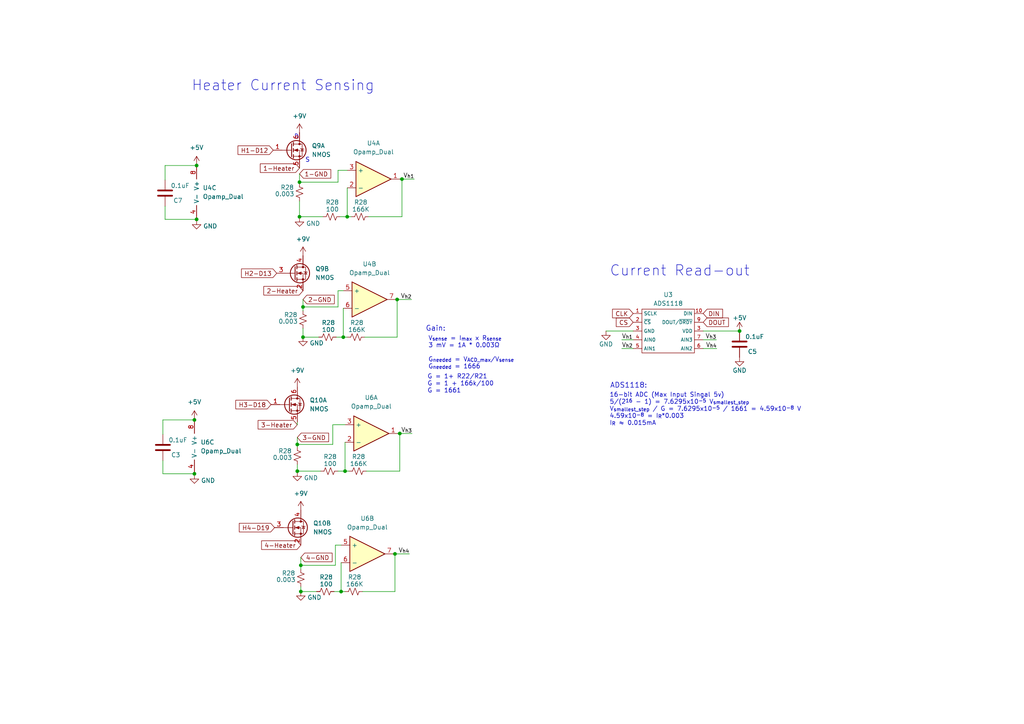
<source format=kicad_sch>
(kicad_sch (version 20230121) (generator eeschema)
  (paper "A4")
  (lib_symbols
    (symbol "Analog_ADC:ADS1118"
      (property "Reference" "U" (at 0 10.16 0))
      (property "Value" "ADS1118" (at 0 7.62 0))
      (symbol "ADS1118_0_1"
        (rectangle (start -7.62 6.35) (end 7.62 -6.35))
      )
      (symbol "ADS1118_1_1"
        (pin input line (at -10.16 5.08 0) (length 2.54) (name "SCLK") (number "1"))
        (pin input line (at 10.16 5.08 180) (length 2.54) (name "DIN") (number "10"))
        (pin input line (at -10.16 2.54 0) (length 2.54) (name "~{CS}") (number "2"))
        (pin input line (at -10.16 0 0) (length 2.54) (name "GND") (number "3"))
        (pin input line (at 10.16 0 180) (length 2.54) (name "VDD") (number "3"))
        (pin input line (at -10.16 -2.54 0) (length 2.54) (name "AIN0") (number "4"))
        (pin input line (at -10.16 -5.08 0) (length 2.54) (name "AIN1") (number "5"))
        (pin input line (at 10.16 -5.08 180) (length 2.54) (name "AIN2") (number "6"))
        (pin input line (at 10.16 -2.54 180) (length 2.54) (name "AIN3") (number "7"))
        (pin input line (at 10.16 2.54 180) (length 2.54) (name "DOUT/~{DRDY}") (number "9"))
      )
    )
    (symbol "Device:C" (pin_numbers hide) (pin_names (offset 0.254))
      (property "Reference" "C" (at 0.635 2.54 0))
      (property "Value" "C" (at 0.635 -2.54 0))
      (symbol "C_0_1"
        (polyline (pts (xy -2.032 -0.762) (xy 2.032 -0.762)) (stroke (width 0.508)))
        (polyline (pts (xy -2.032 0.762) (xy 2.032 0.762)) (stroke (width 0.508)))
      )
      (symbol "C_1_1"
        (pin passive line (at 0 3.81 270) (length 2.794) (name "~") (number "1"))
        (pin passive line (at 0 -3.81 90) (length 2.794) (name "~") (number "2"))
      )
    )
    (symbol "Device:Opamp_Dual"
      (property "Reference" "U" (at 0 5.08 0))
      (property "Value" "Opamp_Dual" (at 0 -5.08 0))
      (symbol "Opamp_Dual_1_1"
        (polyline (pts (xy -5.08 5.08) (xy 5.08 0) (xy -5.08 -5.08) (xy -5.08 5.08)) (stroke (width 0.254)) (fill (type background)))
        (pin output line (at 7.62 0 180) (length 2.54) (name "~") (number "1"))
        (pin input line (at -7.62 -2.54 0) (length 2.54) (name "-") (number "2"))
        (pin input line (at -7.62 2.54 0) (length 2.54) (name "+") (number "3"))
      )
      (symbol "Opamp_Dual_2_1"
        (polyline (pts (xy -5.08 5.08) (xy 5.08 0) (xy -5.08 -5.08) (xy -5.08 5.08)) (stroke (width 0.254)) (fill (type background)))
        (pin input line (at -7.62 2.54 0) (length 2.54) (name "+") (number "5"))
        (pin input line (at -7.62 -2.54 0) (length 2.54) (name "-") (number "6"))
        (pin output line (at 7.62 0 180) (length 2.54) (name "~") (number "7"))
      )
      (symbol "Opamp_Dual_3_1"
        (pin power_in line (at -2.54 -7.62 90) (length 3.81) (name "V-") (number "4"))
        (pin power_in line (at -2.54 7.62 270) (length 3.81) (name "V+") (number "8"))
      )
    )
    (symbol "Device:Q_Dual_NMOS_G1S2G2D2S1D1" (pin_names (offset 0) hide)
      (property "Reference" "Q" (at 6.35 1.27 0))
      (property "Value" "Q_Dual_NMOS_G1S2G2D2S1D1" (at 19.05 -1.27 0))
      (symbol "Q_Dual_NMOS_G1S2G2D2S1D1_0_1"
        (polyline (pts (xy 0.254 0) (xy -2.54 0)))
        (polyline (pts (xy 0.254 1.905) (xy 0.254 -1.905)) (stroke (width 0.254)))
        (polyline (pts (xy 0.762 -1.27) (xy 0.762 -2.286)) (stroke (width 0.254)))
        (polyline (pts (xy 0.762 0.508) (xy 0.762 -0.508)) (stroke (width 0.254)))
        (polyline (pts (xy 0.762 2.286) (xy 0.762 1.27)) (stroke (width 0.254)))
        (polyline (pts (xy 2.54 2.54) (xy 2.54 1.778)))
        (polyline (pts (xy 2.54 -2.54) (xy 2.54 0) (xy 0.762 0)))
        (polyline (pts (xy 0.762 -1.778) (xy 3.302 -1.778) (xy 3.302 1.778) (xy 0.762 1.778)))
        (polyline (pts (xy 1.016 0) (xy 2.032 0.381) (xy 2.032 -0.381) (xy 1.016 0)) (fill (type outline)))
        (polyline (pts (xy 2.794 0.508) (xy 2.921 0.381) (xy 3.683 0.381) (xy 3.81 0.254)))
        (polyline (pts (xy 3.302 0.381) (xy 2.921 -0.254) (xy 3.683 -0.254) (xy 3.302 0.381)))
        (circle (center 1.651 0) (radius 2.794) (stroke (width 0.254)))
        (circle (center 2.54 -1.778) (radius 0.254) (fill (type outline)))
        (circle (center 2.54 1.778) (radius 0.254) (fill (type outline)))
      )
      (symbol "Q_Dual_NMOS_G1S2G2D2S1D1_1_1"
        (pin input line (at -5.08 0 0) (length 2.54) (name "G") (number "1"))
        (pin passive line (at 2.54 -5.08 90) (length 2.54) (name "S") (number "5"))
        (pin passive line (at 2.54 5.08 270) (length 2.54) (name "D") (number "6"))
      )
      (symbol "Q_Dual_NMOS_G1S2G2D2S1D1_2_1"
        (pin passive line (at 2.54 -5.08 90) (length 2.54) (name "S") (number "2"))
        (pin input line (at -5.08 0 0) (length 2.54) (name "G") (number "3"))
        (pin passive line (at 2.54 5.08 270) (length 2.54) (name "D") (number "4"))
      )
    )
    (symbol "Device:R_Small_US" (pin_numbers hide) (pin_names (offset 0.254) hide)
      (property "Reference" "R" (at 0.762 0.508 0))
      (property "Value" "R_Small_US" (at 0.762 -1.016 0))
      (symbol "R_Small_US_1_1"
        (polyline (pts (xy 0 0) (xy 1.016 -0.381) (xy 0 -0.762) (xy -1.016 -1.143) (xy 0 -1.524)))
        (polyline (pts (xy 0 1.524) (xy 1.016 1.143) (xy 0 0.762) (xy -1.016 0.381) (xy 0 0)))
        (pin passive line (at 0 2.54 270) (length 1.016) (name "~") (number "1"))
        (pin passive line (at 0 -2.54 90) (length 1.016) (name "~") (number "2"))
      )
    )
    (symbol "power:+5V" (power) (pin_names (offset 0))
      (property "Value" "+5V" (at 0 3.556 0))
      (symbol "+5V_0_1"
        (polyline (pts (xy -0.762 1.27) (xy 0 2.54)))
        (polyline (pts (xy 0 0) (xy 0 2.54)))
        (polyline (pts (xy 0 2.54) (xy 0.762 1.27)))
      )
      (symbol "+5V_1_1"
        (pin power_in line (at 0 0 90) (length 0) hide (name "+5V") (number "1"))
      )
    )
    (symbol "power:+9V" (power) (pin_names (offset 0))
      (property "Value" "+9V" (at 0 3.556 0))
      (symbol "+9V_0_1"
        (polyline (pts (xy -0.762 1.27) (xy 0 2.54)))
        (polyline (pts (xy 0 0) (xy 0 2.54)))
        (polyline (pts (xy 0 2.54) (xy 0.762 1.27)))
      )
      (symbol "+9V_1_1"
        (pin power_in line (at 0 0 90) (length 0) hide (name "+9V") (number "1"))
      )
    )
    (symbol "power:GND" (power) (pin_names (offset 0))
      (property "Value" "GND" (at 0 -3.81 0))
      (symbol "GND_0_1"
        (polyline (pts (xy 0 0) (xy 0 -1.27) (xy 1.27 -1.27) (xy 0 -2.54) (xy -1.27 -1.27) (xy 0 -1.27)))
      )
      (symbol "GND_1_1"
        (pin power_in line (at 0 0 270) (length 0) hide (name "GND") (number "1"))
      )
    )
  )
  (junction (at 87.884 97.79))
  (junction (at 98.933 171.577))
  (junction (at 56.388 137.414))
  (junction (at 57.023 48.006))
  (junction (at 114.554 160.655))
  (junction (at 100.076 136.652))
  (junction (at 86.868 52.832))
  (junction (at 87.249 163.957))
  (junction (at 86.868 62.865))
  (junction (at 115.189 86.868))
  (junction (at 57.023 63.627))
  (junction (at 214.503 96.012))
  (junction (at 99.568 97.79))
  (junction (at 115.951 125.73))
  (junction (at 86.233 128.905))
  (junction (at 86.233 136.652))
  (junction (at 56.388 121.793))
  (junction (at 87.249 171.577))
  (junction (at 87.884 89.027))
  (junction (at 116.586 51.943))
  (junction (at 100.711 62.865))
  (wire (pts (xy 115.316 125.73) (xy 115.951 125.73)))
  (wire (pts (xy 98.933 158.115) (xy 97.282 158.115)))
  (wire (pts (xy 100.076 123.19) (xy 96.52 123.19)))
  (wire (pts (xy 106.934 62.865) (xy 116.586 62.865)))
  (wire (pts (xy 98.679 62.865) (xy 100.711 62.865)))
  (wire (pts (xy 106.299 136.652) (xy 115.951 136.652)))
  (wire (pts (xy 98.044 136.652) (xy 100.076 136.652)))
  (wire (pts (xy 100.076 136.652) (xy 101.219 136.652)))
  (wire (pts (xy 114.554 171.577) (xy 114.554 160.655)))
  (wire (pts (xy 100.711 62.865) (xy 101.854 62.865)))
  (wire (pts (xy 116.586 51.943) (xy 120.142 51.943)))
  (wire (pts (xy 180.34 98.552) (xy 183.642 98.552)))
  (wire (pts (xy 100.711 49.403) (xy 98.044 49.403)))
  (wire (pts (xy 96.52 128.905) (xy 86.233 128.905)))
  (wire (pts (xy 87.884 95.25) (xy 87.884 97.79)))
  (wire (pts (xy 86.233 136.652) (xy 86.233 134.747)))
  (wire (pts (xy 207.772 98.552) (xy 203.962 98.552)))
  (wire (pts (xy 56.388 137.414) (xy 56.388 137.16)))
  (wire (pts (xy 87.249 170.18) (xy 87.249 171.577)))
  (wire (pts (xy 87.249 163.957) (xy 87.249 165.1)))
  (wire (pts (xy 86.233 122.428) (xy 86.233 123.19)))
  (wire (pts (xy 99.568 89.408) (xy 99.568 97.79)))
  (wire (pts (xy 87.249 171.577) (xy 91.821 171.577)))
  (wire (pts (xy 98.044 49.403) (xy 98.044 52.832)))
  (wire (pts (xy 180.34 101.092) (xy 183.642 101.092)))
  (wire (pts (xy 115.951 125.73) (xy 115.951 136.652)))
  (wire (pts (xy 56.388 121.666) (xy 56.388 121.793)))
  (wire (pts (xy 98.044 52.832) (xy 86.868 52.832)))
  (wire (pts (xy 114.173 160.655) (xy 114.554 160.655)))
  (wire (pts (xy 56.388 121.793) (xy 56.388 121.92)))
  (wire (pts (xy 97.536 97.79) (xy 99.568 97.79)))
  (wire (pts (xy 86.233 128.905) (xy 86.233 129.667)))
  (wire (pts (xy 115.189 97.79) (xy 115.189 86.868)))
  (wire (pts (xy 86.868 62.865) (xy 86.868 58.293)))
  (wire (pts (xy 105.156 171.577) (xy 114.554 171.577)))
  (wire (pts (xy 56.388 137.668) (xy 56.388 137.414)))
  (wire (pts (xy 47.879 63.627) (xy 57.023 63.627)))
  (wire (pts (xy 47.244 133.604) (xy 47.244 137.414)))
  (wire (pts (xy 115.951 51.943) (xy 116.586 51.943)))
  (wire (pts (xy 47.879 59.817) (xy 47.879 63.627)))
  (wire (pts (xy 175.768 96.012) (xy 183.642 96.012)))
  (wire (pts (xy 86.233 136.906) (xy 86.233 136.652)))
  (wire (pts (xy 100.076 128.27) (xy 100.076 136.652)))
  (wire (pts (xy 87.884 97.79) (xy 92.456 97.79)))
  (wire (pts (xy 100.711 54.483) (xy 100.711 62.865)))
  (wire (pts (xy 99.568 97.79) (xy 100.711 97.79)))
  (wire (pts (xy 86.233 126.873) (xy 86.233 128.905)))
  (wire (pts (xy 87.884 89.027) (xy 98.044 89.027)))
  (wire (pts (xy 86.868 50.419) (xy 86.868 52.832)))
  (wire (pts (xy 47.244 121.793) (xy 56.388 121.793)))
  (wire (pts (xy 115.951 125.73) (xy 119.507 125.73)))
  (wire (pts (xy 116.586 51.943) (xy 116.586 62.865)))
  (wire (pts (xy 114.808 86.868) (xy 115.189 86.868)))
  (wire (pts (xy 97.282 158.115) (xy 97.282 163.957)))
  (wire (pts (xy 47.879 48.006) (xy 57.023 48.006)))
  (wire (pts (xy 57.023 47.879) (xy 57.023 48.006)))
  (wire (pts (xy 47.244 125.984) (xy 47.244 121.793)))
  (wire (pts (xy 96.901 171.577) (xy 98.933 171.577)))
  (wire (pts (xy 98.933 171.577) (xy 100.076 171.577)))
  (wire (pts (xy 57.023 63.881) (xy 57.023 63.627)))
  (wire (pts (xy 86.868 63.119) (xy 86.868 62.865)))
  (wire (pts (xy 87.884 89.027) (xy 87.884 90.17)))
  (wire (pts (xy 98.933 163.195) (xy 98.933 171.577)))
  (wire (pts (xy 87.884 86.868) (xy 87.884 89.027)))
  (wire (pts (xy 207.899 101.092) (xy 203.962 101.092)))
  (wire (pts (xy 86.868 48.768) (xy 86.868 48.641)))
  (wire (pts (xy 57.023 48.006) (xy 57.023 48.133)))
  (wire (pts (xy 96.52 123.19) (xy 96.52 128.905)))
  (wire (pts (xy 57.023 63.627) (xy 57.023 63.373)))
  (wire (pts (xy 98.044 89.027) (xy 98.044 84.328)))
  (wire (pts (xy 87.249 161.671) (xy 87.249 163.957)))
  (wire (pts (xy 86.233 136.652) (xy 92.964 136.652)))
  (wire (pts (xy 86.868 62.865) (xy 93.599 62.865)))
  (wire (pts (xy 214.503 96.012) (xy 203.962 96.012)))
  (wire (pts (xy 47.879 52.197) (xy 47.879 48.006)))
  (wire (pts (xy 115.189 86.868) (xy 119.38 86.868)))
  (wire (pts (xy 98.044 84.328) (xy 99.568 84.328)))
  (wire (pts (xy 47.244 137.414) (xy 56.388 137.414)))
  (wire (pts (xy 114.554 160.655) (xy 118.745 160.655)))
  (wire (pts (xy 105.791 97.79) (xy 115.189 97.79)))
  (wire (pts (xy 97.282 163.957) (xy 87.249 163.957)))
  (wire (pts (xy 86.868 52.832) (xy 86.868 53.213)))
  (text "Gain:" (at 123.444 96.266 0) (effects (font (size 1.5 1.5)) (justify left bottom)))
  (text "V_{sense} = I_{max} x R_{sense}\n3 mV = 1A * 0.003Ω\n\nG_{needed} = V_{ACD_max}/V_{sense} \nG_{needed} = 1666\n\n" (at 124.206 109.22 0) (effects (font (size 1.27 1.27)) (justify left bottom)))
  (text "Heater Current Sensing" (at 55.499 26.67 0) (effects (font (size 3 3)) (justify left bottom)))
  (text "S" (at 89.916 47.244 0) (effects (font (size 1.27 1.27)) (justify right bottom)))
  (text "D" (at 86.741 40.513 0) (effects (font (size 1.27 1.27)) (justify right bottom)))
  (text "G = 1+ R22/R21\nG = 1 + 166k/100\nG = 1661\n\n" (at 123.952 116.205 0) (effects (font (size 1.27 1.27)) (justify left bottom)))
  (text "16-bit ADC (Max Input Singal 5v)\n5/(2^{16} - 1) = 7.6295x10^{-5} V_{smallest_step}\nV_{smallest_step} / G = 7.6295x10^{-5} / 1661 = 4.59x10^{-8} V\n4.59x10^{-8} = I_{R}*0.003\nI_{R} ≈ 0.015mA\n" (at 176.784 123.571 0) (effects (font (size 1.27 1.27)) (justify left bottom)))
  (text "Current Read-out" (at 176.784 80.391 0) (effects (font (size 3 3)) (justify left bottom)))
  (text "ADS1118:" (at 176.911 112.776 0) (effects (font (size 1.5 1.5)) (justify left bottom)))
  (label "V_{h3}" (at 207.772 98.552 180))
  (label "V_{h2}" (at 180.34 101.092 0))
  (label "V_{h1}" (at 180.34 98.552 0))
  (label "V_{h4}" (at 207.899 101.092 180))
  (label "V_{h2}" (at 119.38 86.868 180))
  (label "V_{h4}" (at 118.745 160.655 180))
  (label "V_{h3}" (at 119.507 125.73 180))
  (label "V_{h1}" (at 120.142 51.943 180))
  (global_label "H3-D18" (shape input) (at 78.613 117.348 180) (property "Intersheetrefs" "${INTERSHEET_REFS}" (effects hide)))
  (global_label "H1-D12" (shape input) (at 79.248 43.561 180) (property "Intersheetrefs" "${INTERSHEET_REFS}" (effects hide)))
  (global_label "CLK" (shape input) (at 183.642 90.932 180) (property "Intersheetrefs" "${INTERSHEET_REFS}" (effects hide)))
  (global_label "DIN" (shape input) (at 203.962 90.932 0) (property "Intersheetrefs" "${INTERSHEET_REFS}" (effects hide)))
  (global_label "DOUT" (shape input) (at 203.962 93.472 0) (property "Intersheetrefs" "${INTERSHEET_REFS}" (effects hide)))
  (global_label "3-GND" (shape input) (at 86.233 126.873 0) (property "Intersheetrefs" "${INTERSHEET_REFS}" (effects hide)))
  (global_label "H2-D13" (shape input) (at 80.264 79.248 180) (property "Intersheetrefs" "${INTERSHEET_REFS}" (effects hide)))
  (global_label "2-Heater" (shape input) (at 87.884 84.328 180) (property "Intersheetrefs" "${INTERSHEET_REFS}" (effects hide)))
  (global_label "H4-D19" (shape input) (at 79.629 153.035 180) (property "Intersheetrefs" "${INTERSHEET_REFS}" (effects hide)))
  (global_label "4-GND" (shape input) (at 87.249 161.671 0) (property "Intersheetrefs" "${INTERSHEET_REFS}" (effects hide)))
  (global_label "4-Heater" (shape input) (at 87.249 158.115 180) (property "Intersheetrefs" "${INTERSHEET_REFS}" (effects hide)))
  (global_label "3-Heater" (shape input) (at 86.233 123.19 180) (property "Intersheetrefs" "${INTERSHEET_REFS}" (effects hide)))
  (global_label "1-GND" (shape input) (at 86.868 50.419 0) (property "Intersheetrefs" "${INTERSHEET_REFS}" (effects hide)))
  (global_label "2-GND" (shape input) (at 87.884 86.868 0) (property "Intersheetrefs" "${INTERSHEET_REFS}" (effects hide)))
  (global_label "1-Heater" (shape input) (at 86.868 48.768 180) (property "Intersheetrefs" "${INTERSHEET_REFS}" (effects hide)))
  (global_label "CS" (shape input) (at 183.642 93.472 180) (property "Intersheetrefs" "${INTERSHEET_REFS}" (effects hide)))
  (symbol (lib_id "power:GND") (at 214.503 103.632 0) (unit 1)
    (property "Reference" "#PWR068" (effects hide))
    (property "Value" "GND" (at 214.503 107.442 0))
    (instances (project "control-board_v1" (path "" (reference "#PWR068") (unit 1))) (project "module_pcb_thermal_mockup_v3.5" (path "" (reference "#PWR0122") (unit 1))))
  )
  (symbol (lib_id "power:GND") (at 56.388 137.668 0) (unit 1)
    (property "Reference" "#PWR057" (effects hide))
    (property "Value" "GND" (at 58.293 139.3718 0) (effects (justify left)))
    (instances (project "control-board_v1" (path "" (reference "#PWR057") (unit 1))) (project "module_pcb_thermal_mockup_v3.5" (path "" (reference "#PWR0122") (unit 1))))
  )
  (symbol (lib_id "Device:Opamp_Dual") (at 108.331 51.943 0) (unit 1)
    (property "Reference" "U4" (at 108.331 41.529 0))
    (property "Value" "Opamp_Dual" (at 108.331 44.069 0))
    (property "Footprint" "Package_SO:SOIC-8_3.9x4.9mm_P1.27mm" (effects hide))
    (property "Datasheet" "https://ww1.microchip.com/downloads/aemDocuments/documents/MSLD/ProductDocuments/DataSheets/MCP6486-Family-Data-Sheet-DS20006679A.pdf" (effects hide))
    (property "PartNum" "MCP6487T-E/SN" (effects hide))
  )
  (symbol (lib_id "Device:C") (at 47.879 56.007 0) (unit 1)
    (property "Reference" "C7" (at 52.959 58.166 0) (effects (justify right)))
    (property "Value" "0.1uF" (at 54.991 53.848 0) (effects (justify right)))
    (property "Footprint" "Capacitor_SMD:C_0805_2012Metric" (effects hide))
    (property "LCSC" "C314282" (effects hide))
    (instances (project "control-board_v1" (path "" (reference "C7") (unit 1))) (project "arduino_uno" (path "" (reference "C14") (unit 1))))
  )
  (symbol (lib_id "power:+5V") (at 214.503 96.012 0) (unit 1)
    (property "Reference" "#PWR041" (effects hide))
    (property "Value" "+5V" (at 214.503 92.202 0))
    (instances (project "control-board_v1" (path "" (reference "#PWR041") (unit 1)) (path "" (reference "#PWR066") (unit 1))) (project "arduino_uno" (path "" (reference "#PWR045") (unit 1))))
  )
  (symbol (lib_id "Device:R_Small_US") (at 103.251 97.79 270) (unit 1)
    (property "Reference" "R28" (at 103.505 93.599 90))
    (property "Value" "166K" (at 103.505 95.631 90))
    (property "Footprint" "Resistor_SMD:R_0603_1608Metric" (effects hide))
    (instances (project "control-board_v1" (path "" (reference "R28") (unit 1)) (path "" (reference "R22") (unit 1))))
  )
  (symbol (lib_id "Device:Opamp_Dual") (at 107.188 86.868 0) (unit 2)
    (property "Reference" "U4" (at 107.188 76.581 0))
    (property "Value" "Opamp_Dual" (at 107.188 79.121 0))
    (property "Footprint" "Package_SO:SOIC-8_3.9x4.9mm_P1.27mm" (effects hide))
    (property "Datasheet" "https://ww1.microchip.com/downloads/aemDocuments/documents/MSLD/ProductDocuments/DataSheets/MCP6486-Family-Data-Sheet-DS20006679A.pdf" (effects hide))
    (property "PartNum" "MCP6487T-E/SN" (effects hide))
  )
  (symbol (lib_id "power:+9V") (at 86.868 38.481 0) (unit 1)
    (property "Reference" "#PWR059" (effects hide))
    (property "Value" "+9V" (at 86.868 33.655 0))
    (instances (project "control-board_v1" (path "" (reference "#PWR059") (unit 1)) (path "" (reference "#PWR050") (unit 1))))
  )
  (symbol (lib_id "power:GND") (at 175.768 96.012 0) (unit 1)
    (property "Reference" "#PWR067" (effects hide))
    (property "Value" "GND" (at 175.768 99.822 0))
    (instances (project "control-board_v1" (path "" (reference "#PWR067") (unit 1))) (project "module_pcb_thermal_mockup_v3.5" (path "" (reference "#PWR0122") (unit 1))))
  )
  (symbol (lib_id "Device:C") (at 47.244 129.794 0) (unit 1)
    (property "Reference" "C3" (at 52.324 131.953 0) (effects (justify right)))
    (property "Value" "0.1uF" (at 54.356 127.635 0) (effects (justify right)))
    (property "Footprint" "Capacitor_SMD:C_0805_2012Metric" (effects hide))
    (property "LCSC" "C314282" (effects hide))
    (instances (project "control-board_v1" (path "" (reference "C3") (unit 1))) (project "arduino_uno" (path "" (reference "C14") (unit 1))))
  )
  (symbol (lib_id "power:GND") (at 87.884 97.79 0) (unit 1)
    (property "Reference" "#PWR053" (effects hide))
    (property "Value" "GND" (at 89.789 99.4938 0) (effects (justify left)))
    (instances (project "control-board_v1" (path "" (reference "#PWR053") (unit 1))) (project "module_pcb_thermal_mockup_v3.5" (path "" (reference "#PWR0122") (unit 1))))
  )
  (symbol (lib_id "power:GND") (at 87.249 171.577 0) (unit 1)
    (property "Reference" "#PWR061" (effects hide))
    (property "Value" "GND" (at 89.154 173.2808 0) (effects (justify left)))
    (instances (project "control-board_v1" (path "" (reference "#PWR061") (unit 1))) (project "module_pcb_thermal_mockup_v3.5" (path "" (reference "#PWR0122") (unit 1))))
  )
  (symbol (lib_id "power:+9V") (at 87.249 147.955 0) (unit 1)
    (property "Reference" "#PWR059" (effects hide))
    (property "Value" "+9V" (at 87.249 143.129 0))
    (instances (project "control-board_v1" (path "" (reference "#PWR059") (unit 1)) (path "" (reference "#PWR060") (unit 1))))
  )
  (symbol (lib_id "power:+5V") (at 57.023 47.879 0) (unit 1)
    (property "Reference" "#PWR041" (effects hide))
    (property "Value" "+5V" (at 57.023 42.799 0))
    (instances (project "control-board_v1" (path "" (reference "#PWR041") (unit 1)) (path "" (reference "#PWR079") (unit 1))) (project "arduino_uno" (path "" (reference "#PWR045") (unit 1))))
  )
  (symbol (lib_id "Device:C") (at 214.503 99.822 0) (unit 1)
    (property "Reference" "C5" (at 219.583 101.981 0) (effects (justify right)))
    (property "Value" "0.1uF" (at 221.615 97.663 0) (effects (justify right)))
    (property "Footprint" "Capacitor_SMD:C_0805_2012Metric" (effects hide))
    (property "LCSC" "C314282" (effects hide))
    (instances (project "control-board_v1" (path "" (reference "C5") (unit 1))) (project "arduino_uno" (path "" (reference "C14") (unit 1))))
  )
  (symbol (lib_id "power:GND") (at 86.233 136.906 0) (unit 1)
    (property "Reference" "#PWR059" (effects hide))
    (property "Value" "GND" (at 88.138 138.6098 0) (effects (justify left)))
    (instances (project "control-board_v1" (path "" (reference "#PWR059") (unit 1))) (project "module_pcb_thermal_mockup_v3.5" (path "" (reference "#PWR0122") (unit 1))))
  )
  (symbol (lib_id "Device:R_Small_US") (at 104.394 62.865 270) (unit 1)
    (property "Reference" "R28" (at 104.648 58.674 90))
    (property "Value" "166K" (at 104.648 60.706 90))
    (property "Footprint" "Resistor_SMD:R_0603_1608Metric" (effects hide))
    (instances (project "control-board_v1" (path "" (reference "R28") (unit 1)) (path "" (reference "R20") (unit 1))))
  )
  (symbol (lib_id "Device:Opamp_Dual") (at 107.696 125.73 0) (unit 1)
    (property "Reference" "U6" (at 107.696 115.316 0))
    (property "Value" "Opamp_Dual" (at 107.696 117.856 0))
    (property "Footprint" "Package_SO:SOIC-8_3.9x4.9mm_P1.27mm" (effects hide))
    (property "Datasheet" "https://ww1.microchip.com/downloads/aemDocuments/documents/MSLD/ProductDocuments/DataSheets/MCP6486-Family-Data-Sheet-DS20006679A.pdf" (effects hide))
    (property "PartNum" "MCP6487T-E/SN" (effects hide))
  )
  (symbol (lib_id "power:+5V") (at 56.388 121.666 0) (unit 1)
    (property "Reference" "#PWR041" (effects hide))
    (property "Value" "+5V" (at 56.388 116.586 0))
    (instances (project "control-board_v1" (path "" (reference "#PWR041") (unit 1)) (path "" (reference "#PWR056") (unit 1))) (project "arduino_uno" (path "" (reference "#PWR045") (unit 1))))
  )
  (symbol (lib_id "Device:R_Small_US") (at 95.504 136.652 270) (unit 1)
    (property "Reference" "R28" (at 95.758 132.461 90))
    (property "Value" "100" (at 95.758 134.493 90))
    (property "Footprint" "Resistor_SMD:R_0805_2012Metric" (effects hide))
    (instances (project "control-board_v1" (path "" (reference "R28") (unit 1)) (path "" (reference "R26") (unit 1))))
  )
  (symbol (lib_id "Device:R_Small_US") (at 103.759 136.652 270) (unit 1)
    (property "Reference" "R28" (at 104.013 132.461 90))
    (property "Value" "166K" (at 104.013 134.493 90))
    (property "Footprint" "Resistor_SMD:R_0603_1608Metric" (effects hide))
  )
  (symbol (lib_id "Device:Q_Dual_NMOS_G1S2G2D2S1D1") (at 85.344 79.248 0) (unit 2)
    (property "Reference" "Q9" (at 91.44 77.978 0) (effects (justify left)))
    (property "Value" "NMOS" (at 91.44 80.518 0) (effects (justify left)))
    (property "Footprint" "Package_TO_SOT_SMD:SOT-23-6" (effects hide))
    (property "Datasheet" "https://www.diodes.com/assets/Datasheets/DMN3135LVT.pdf" (effects hide))
    (property "PartNum" "DMN3135LVT-7" (effects hide))
  )
  (symbol (lib_id "Device:Opamp_Dual") (at 58.928 129.54 0) (unit 3)
    (property "Reference" "U6" (at 58.166 128.27 0) (effects (justify left)))
    (property "Value" "Opamp_Dual" (at 58.166 130.81 0) (effects (justify left)))
    (property "Footprint" "Package_SO:SOIC-8_3.9x4.9mm_P1.27mm" (effects hide))
    (property "Datasheet" "https://ww1.microchip.com/downloads/aemDocuments/documents/MSLD/ProductDocuments/DataSheets/MCP6486-Family-Data-Sheet-DS20006679A.pdf" (effects hide))
    (property "PartNum" "MCP6487T-E/SN" (effects hide))
  )
  (symbol (lib_id "power:GND") (at 57.023 63.881 0) (unit 1)
    (property "Reference" "#PWR080" (effects hide))
    (property "Value" "GND" (at 58.928 65.5848 0) (effects (justify left)))
    (instances (project "control-board_v1" (path "" (reference "#PWR080") (unit 1))) (project "module_pcb_thermal_mockup_v3.5" (path "" (reference "#PWR0122") (unit 1))))
  )
  (symbol (lib_id "Device:R_Small_US") (at 94.361 171.577 270) (unit 1)
    (property "Reference" "R28" (at 94.615 167.386 90))
    (property "Value" "100" (at 94.615 169.418 90))
    (property "Footprint" "Resistor_SMD:R_0805_2012Metric" (effects hide))
    (instances (project "control-board_v1" (path "" (reference "R28") (unit 1)) (path "" (reference "R25") (unit 1))))
  )
  (symbol (lib_id "Device:Opamp_Dual") (at 59.563 55.753 0) (unit 3)
    (property "Reference" "U4" (at 58.801 54.483 0) (effects (justify left)))
    (property "Value" "Opamp_Dual" (at 58.801 57.023 0) (effects (justify left)))
    (property "Footprint" "Package_SO:SOIC-8_3.9x4.9mm_P1.27mm" (effects hide))
    (property "Datasheet" "https://ww1.microchip.com/downloads/aemDocuments/documents/MSLD/ProductDocuments/DataSheets/MCP6486-Family-Data-Sheet-DS20006679A.pdf" (effects hide))
    (property "PartNum" "MCP6487T-E/SN" (effects hide))
  )
  (symbol (lib_id "Device:Q_Dual_NMOS_G1S2G2D2S1D1") (at 84.328 43.561 0) (unit 1)
    (property "Reference" "Q9" (at 90.424 42.291 0) (effects (justify left)))
    (property "Value" "NMOS" (at 90.424 44.831 0) (effects (justify left)))
    (property "Footprint" "Package_TO_SOT_SMD:SOT-23-6" (effects hide))
    (property "Datasheet" "https://www.diodes.com/assets/Datasheets/DMN3135LVT.pdf" (effects hide))
    (property "PartNum" "DMN3135LVT-7" (effects hide))
  )
  (symbol (lib_id "Device:R_Small_US") (at 87.249 167.64 180) (unit 1)
    (property "Reference" "R28" (at 83.693 166.243 0))
    (property "Value" "0.003" (at 82.931 168.148 0))
    (property "Footprint" "Resistor_SMD:R_2512_6332Metric" (effects hide))
    (property "PartNum" "CSS2H-2512K-3L00F" (effects hide))
    (instances (project "control-board_v1" (path "" (reference "R28") (unit 1)) (path "" (reference "R24") (unit 1))))
  )
  (symbol (lib_id "Device:R_Small_US") (at 94.996 97.79 270) (unit 1)
    (property "Reference" "R28" (at 95.25 93.599 90))
    (property "Value" "100" (at 95.25 95.631 90))
    (property "Footprint" "Resistor_SMD:R_0805_2012Metric" (effects hide))
    (instances (project "control-board_v1" (path "" (reference "R28") (unit 1)) (path "" (reference "R21") (unit 1))))
  )
  (symbol (lib_id "Device:R_Small_US") (at 86.868 55.753 180) (unit 1)
    (property "Reference" "R28" (at 83.312 54.356 0))
    (property "Value" "0.003" (at 82.55 56.261 0))
    (property "Footprint" "Resistor_SMD:R_2512_6332Metric" (effects hide))
    (property "PartNum" "CSS2H-2512K-3L00F" (effects hide))
    (instances (project "control-board_v1" (path "" (reference "R28") (unit 1)) (path "" (reference "R42") (unit 1))))
  )
  (symbol (lib_id "power:GND") (at 86.868 63.119 0) (unit 1)
    (property "Reference" "#PWR051" (effects hide))
    (property "Value" "GND" (at 88.773 64.8228 0) (effects (justify left)))
    (instances (project "control-board_v1" (path "" (reference "#PWR051") (unit 1))) (project "module_pcb_thermal_mockup_v3.5" (path "" (reference "#PWR0122") (unit 1))))
  )
  (symbol (lib_id "Device:R_Small_US") (at 86.233 132.207 180) (unit 1)
    (property "Reference" "R28" (at 82.677 130.81 0))
    (property "Value" "0.003" (at 81.915 132.715 0))
    (property "Footprint" "Resistor_SMD:R_2512_6332Metric" (effects hide))
    (property "PartNum" "CSS2H-2512K-3L00F" (effects hide))
    (instances (project "control-board_v1" (path "" (reference "R28") (unit 1)) (path "" (reference "R23") (unit 1))))
  )
  (symbol (lib_id "Device:Opamp_Dual") (at 106.553 160.655 0) (unit 2)
    (property "Reference" "U6" (at 106.553 150.368 0))
    (property "Value" "Opamp_Dual" (at 106.553 152.908 0))
    (property "Footprint" "Package_SO:SOIC-8_3.9x4.9mm_P1.27mm" (effects hide))
    (property "Datasheet" "https://ww1.microchip.com/downloads/aemDocuments/documents/MSLD/ProductDocuments/DataSheets/MCP6486-Family-Data-Sheet-DS20006679A.pdf" (effects hide))
    (property "PartNum" "MCP6487T-E/SN" (effects hide))
  )
  (symbol (lib_id "power:+9V") (at 86.233 112.268 0) (unit 1)
    (property "Reference" "#PWR059" (effects hide))
    (property "Value" "+9V" (at 86.233 107.442 0))
    (instances (project "control-board_v1" (path "" (reference "#PWR059") (unit 1)) (path "" (reference "#PWR058") (unit 1))))
  )
  (symbol (lib_id "Device:R_Small_US") (at 87.884 92.71 180) (unit 1)
    (property "Reference" "R28" (at 84.328 91.313 0))
    (property "Value" "0.003" (at 83.566 93.218 0))
    (property "Footprint" "Resistor_SMD:R_2512_6332Metric" (effects hide))
    (property "PartNum" "CSS2H-2512K-3L00F" (effects hide))
    (instances (project "control-board_v1" (path "" (reference "R28") (unit 1)) (path "" (reference "R47") (unit 1))))
  )
  (symbol (lib_id "Device:Q_Dual_NMOS_G1S2G2D2S1D1") (at 84.709 153.035 0) (unit 2)
    (property "Reference" "Q10" (at 90.805 151.765 0) (effects (justify left)))
    (property "Value" "NMOS" (at 90.805 154.305 0) (effects (justify left)))
    (property "Footprint" "Package_TO_SOT_SMD:SOT-23-6" (effects hide))
    (property "Datasheet" "https://www.diodes.com/assets/Datasheets/DMN3135LVT.pdf" (effects hide))
    (property "PartNum" "DMN3135LVT-7" (effects hide))
  )
  (symbol (lib_id "power:+9V") (at 87.884 74.168 0) (unit 1)
    (property "Reference" "#PWR059" (effects hide))
    (property "Value" "+9V" (at 87.884 69.342 0))
    (instances (project "control-board_v1" (path "" (reference "#PWR059") (unit 1)) (path "" (reference "#PWR052") (unit 1))))
  )
  (symbol (lib_id "Device:R_Small_US") (at 96.139 62.865 270) (unit 1)
    (property "Reference" "R28" (at 96.393 58.674 90))
    (property "Value" "100" (at 96.393 60.706 90))
    (property "Footprint" "Resistor_SMD:R_0805_2012Metric" (effects hide))
    (instances (project "control-board_v1" (path "" (reference "R28") (unit 1)) (path "" (reference "R19") (unit 1))))
  )
  (symbol (lib_id "Device:R_Small_US") (at 102.616 171.577 270) (unit 1)
    (property "Reference" "R28" (at 102.87 167.386 90))
    (property "Value" "166K" (at 102.87 169.418 90))
    (property "Footprint" "Resistor_SMD:R_0603_1608Metric" (effects hide))
    (instances (project "control-board_v1" (path "" (reference "R28") (unit 1)) (path "" (reference "R27") (unit 1))))
  )
  (symbol (lib_id "Analog_ADC:ADS1118") (at 193.802 96.012 0) (unit 1)
    (property "Reference" "U3" (at 193.802 85.471 0))
    (property "Value" "ADS1118" (at 193.802 88.011 0))
    (property "Footprint" "Package_SO:VSSOP-10_3x3mm_P0.5mm" (effects hide))
    (property "Datasheet" "https://www.ti.com/lit/ds/symlink/ads1118.pdf?HQS=dis-dk-null-digikeymode-dsf-pf-null-wwe&ts=1716202416720&ref_url=https%253A%252F%252Fwww.ti.com%252Fgeneral%252Fdocs%252Fsuppproductinfo.tsp%253FdistId%253D10%2526gotoUrl%253Dhttps%253A%252F%252Fwww.ti.com%252Flit%252Fgpn%252Fads1118" (effects hide))
    (property "PartNum" "ADS1118IDGSR" (effects hide))
  )
  (symbol (lib_id "Device:Q_Dual_NMOS_G1S2G2D2S1D1") (at 83.693 117.348 0) (unit 1)
    (property "Reference" "Q10" (at 89.789 116.078 0) (effects (justify left)))
    (property "Value" "NMOS" (at 89.789 118.618 0) (effects (justify left)))
    (property "Footprint" "Package_TO_SOT_SMD:SOT-23-6" (effects hide))
    (property "Datasheet" "https://www.diodes.com/assets/Datasheets/DMN3135LVT.pdf" (effects hide))
    (property "PartNum" "DMN3135LVT-7" (effects hide))
  )
)
</source>
